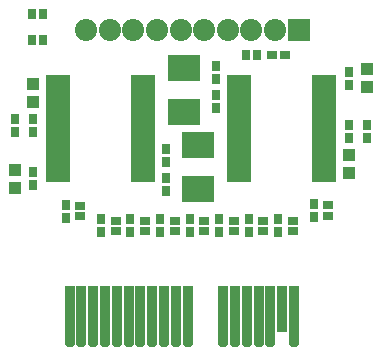
<source format=gts>
G04 #@! TF.GenerationSoftware,KiCad,Pcbnew,(2017-09-19 revision dddaa7e69)-makepkg*
G04 #@! TF.CreationDate,2017-12-07T22:45:55+10:30*
G04 #@! TF.ProjectId,din_meter_atm90e26,64696E5F6D657465725F61746D393065,rev?*
G04 #@! TF.SameCoordinates,Original*
G04 #@! TF.FileFunction,Soldermask,Top*
G04 #@! TF.FilePolarity,Negative*
%FSLAX46Y46*%
G04 Gerber Fmt 4.6, Leading zero omitted, Abs format (unit mm)*
G04 Created by KiCad (PCBNEW (2017-09-19 revision dddaa7e69)-makepkg) date 12/07/17 22:45:55*
%MOMM*%
%LPD*%
G01*
G04 APERTURE LIST*
%ADD10R,2.050000X0.750000*%
%ADD11R,0.800000X0.900000*%
%ADD12R,0.700000X0.900000*%
%ADD13R,0.900000X0.700000*%
%ADD14R,2.700000X2.300000*%
%ADD15R,0.900000X0.800000*%
%ADD16R,1.875000X1.875000*%
%ADD17C,1.875000*%
%ADD18R,1.050000X1.100000*%
%ADD19C,0.950000*%
%ADD20R,0.950000X4.900000*%
%ADD21R,0.950000X3.900000*%
G04 APERTURE END LIST*
D10*
X149810000Y-73875000D03*
X149810000Y-73225000D03*
X149810000Y-72575000D03*
X149810000Y-71925000D03*
X149810000Y-71275000D03*
X149810000Y-70625000D03*
X149810000Y-69975000D03*
X149810000Y-69325000D03*
X149810000Y-68675000D03*
X149810000Y-68025000D03*
X149810000Y-67375000D03*
X149810000Y-66725000D03*
X149810000Y-66075000D03*
X149810000Y-65425000D03*
X157010000Y-65425000D03*
X157010000Y-66075000D03*
X157010000Y-66725000D03*
X157010000Y-67375000D03*
X157010000Y-68025000D03*
X157010000Y-68675000D03*
X157010000Y-69325000D03*
X157010000Y-69975000D03*
X157010000Y-70625000D03*
X157010000Y-71275000D03*
X157010000Y-71925000D03*
X157010000Y-72575000D03*
X157010000Y-73225000D03*
X157010000Y-73875000D03*
D11*
X143660000Y-72450000D03*
X143660000Y-71350000D03*
D12*
X133260000Y-59950000D03*
X132360000Y-59950000D03*
X133260000Y-62150000D03*
X132360000Y-62150000D03*
D11*
X153160000Y-77350000D03*
X153160000Y-78450000D03*
X156160000Y-77150000D03*
X156160000Y-76050000D03*
X140660000Y-78450000D03*
X140660000Y-77350000D03*
X143160000Y-77350000D03*
X143160000Y-78450000D03*
D13*
X154410000Y-77450000D03*
X154410000Y-78350000D03*
X144410000Y-78350000D03*
X144410000Y-77450000D03*
X157410000Y-76150000D03*
X157410000Y-77050000D03*
X141910000Y-78350000D03*
X141910000Y-77450000D03*
D14*
X145160000Y-68250000D03*
X145160000Y-64550000D03*
X146410000Y-74750000D03*
X146410000Y-71050000D03*
D11*
X150660000Y-78450000D03*
X150660000Y-77350000D03*
X148160000Y-77350000D03*
X148160000Y-78450000D03*
X138160000Y-78450000D03*
X138160000Y-77350000D03*
X135210000Y-76100000D03*
X135210000Y-77200000D03*
D13*
X151910000Y-78350000D03*
X151910000Y-77450000D03*
X149410000Y-78350000D03*
X149410000Y-77450000D03*
X139410000Y-77450000D03*
X139410000Y-78350000D03*
X136410000Y-77100000D03*
X136410000Y-76200000D03*
D15*
X153710000Y-63400000D03*
X152610000Y-63400000D03*
D11*
X145660000Y-77350000D03*
X145660000Y-78450000D03*
D12*
X151360000Y-63400000D03*
X150460000Y-63400000D03*
D13*
X146910000Y-78350000D03*
X146910000Y-77450000D03*
D16*
X154907000Y-61341000D03*
D17*
X152907000Y-61341000D03*
X150907000Y-61341000D03*
X148907000Y-61341000D03*
X146907000Y-61341000D03*
X144907000Y-61341000D03*
X142907000Y-61341000D03*
X140907000Y-61341000D03*
X138907000Y-61341000D03*
X136907000Y-61341000D03*
D11*
X159160000Y-70450000D03*
X159160000Y-69350000D03*
X160660000Y-70450000D03*
X160660000Y-69350000D03*
X159160000Y-64850000D03*
X159160000Y-65950000D03*
X143660000Y-74950000D03*
X143660000Y-73850000D03*
D18*
X159160000Y-71900000D03*
X159160000Y-73400000D03*
X160660000Y-66150000D03*
X160660000Y-64650000D03*
D11*
X147910000Y-65450000D03*
X147910000Y-64350000D03*
X147910000Y-67950000D03*
X147910000Y-66850000D03*
X132410000Y-74450000D03*
X132410000Y-73350000D03*
X130910000Y-68850000D03*
X130910000Y-69950000D03*
X132410000Y-68850000D03*
X132410000Y-69950000D03*
D18*
X130910000Y-74650000D03*
X130910000Y-73150000D03*
X132410000Y-67400000D03*
X132410000Y-65900000D03*
D19*
X136508000Y-87723000D03*
X152508000Y-87723000D03*
X151508000Y-87723000D03*
X150508000Y-87723000D03*
X149508000Y-87723000D03*
X148508000Y-87723000D03*
X135508000Y-87723000D03*
X145508000Y-87723000D03*
X144508000Y-87723000D03*
X143508000Y-87723000D03*
X142508000Y-87723000D03*
X141508000Y-87723000D03*
X140508000Y-87723000D03*
X139508000Y-87723000D03*
X138508000Y-87723000D03*
X137508000Y-87723000D03*
D20*
X149508000Y-85423000D03*
X148508000Y-85423000D03*
X154508000Y-85423000D03*
D21*
X153508000Y-84923000D03*
D20*
X152508000Y-85423000D03*
X151508000Y-85423000D03*
X150508000Y-85423000D03*
X145508000Y-85423000D03*
X144508000Y-85423000D03*
X143508000Y-85423000D03*
X142508000Y-85423000D03*
X141508000Y-85423000D03*
X140508000Y-85423000D03*
X139508000Y-85423000D03*
X138508000Y-85423000D03*
X137508000Y-85423000D03*
X136508000Y-85423000D03*
X135508000Y-85423000D03*
D19*
X154508000Y-87723000D03*
D10*
X141760000Y-65425000D03*
X141760000Y-66075000D03*
X141760000Y-66725000D03*
X141760000Y-67375000D03*
X141760000Y-68025000D03*
X141760000Y-68675000D03*
X141760000Y-69325000D03*
X141760000Y-69975000D03*
X141760000Y-70625000D03*
X141760000Y-71275000D03*
X141760000Y-71925000D03*
X141760000Y-72575000D03*
X141760000Y-73225000D03*
X141760000Y-73875000D03*
X134560000Y-73875000D03*
X134560000Y-73225000D03*
X134560000Y-72575000D03*
X134560000Y-71925000D03*
X134560000Y-71275000D03*
X134560000Y-70625000D03*
X134560000Y-69975000D03*
X134560000Y-69325000D03*
X134560000Y-68675000D03*
X134560000Y-68025000D03*
X134560000Y-67375000D03*
X134560000Y-66725000D03*
X134560000Y-66075000D03*
X134560000Y-65425000D03*
M02*

</source>
